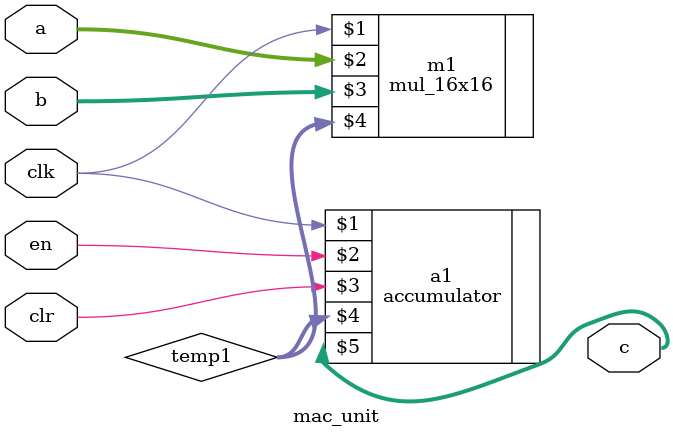
<source format=v>
module mac_unit(input clk,en,clr,
                input [15:0]a,b,
                output [63:0]c);

wire [31:0]temp1;

mul_16x16 m1(clk,a,b,temp1);

accumulator a1(clk,en,clr,temp1,c);

endmodule

</source>
